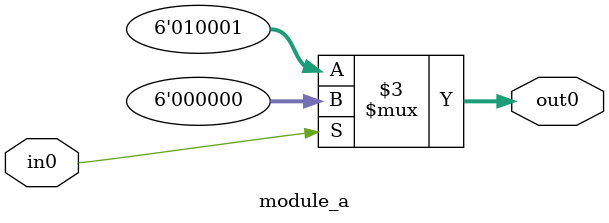
<source format=v>
module module_a (out0,in0);
input		in0;
output [5:0]	out0;
parameter [5:0] ident0 = 0;
parameter [5:0] ident1 = 5'h11;
reg [5:0] out0;
always @ (in0)
   begin
     if(in0)
       out0 = ident0;
     else
       out0 = ident1;
   end
endmodule
</source>
